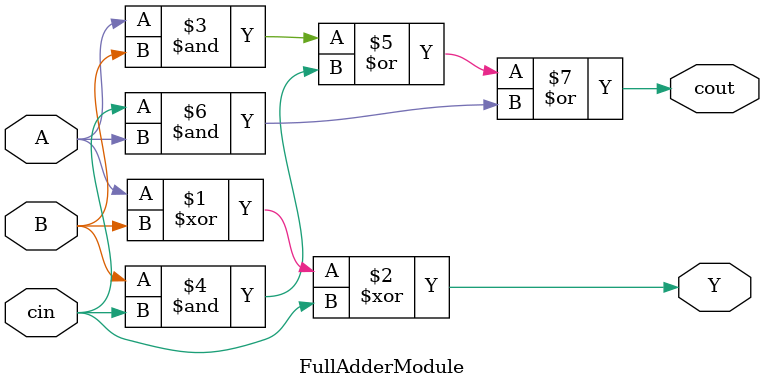
<source format=sv>
`timescale 1ns/1ns

module mainFun(input [4:0] A, input [4:0] B, input s, output [4:0] out);
  wire [4:0] aInput, bInput;
  MultiPlexerModule M1 ({A,1'b0},{A,1'b0},s, aInput); 
  MultiPlexerModule M2 (({B[4],B}),~{B[4],B},~s,bInput);
  
  Adder6BitsModule AdderInstance (aInput, bInput, ~s, out);
endmodule




module MultiPlexerModule (input [4:0] X, input [4:0]Y, input s, output [4:0] result);
  // register wire with 5 bits 
  reg [4:0] result;
 always@(*)
 begin
   if (s==0)
 result = X;
 else result = Y;
 end
endmodule



module Adder6BitsModule (input [4:0] A, input [4:0] B, input s, output[4:0] out);
  wire [5:1] C;
// create instances of full adder moudle 
FullAdderModule fa1 (A[0], B[0], s, out[0], C[1]);
FullAdderModule fa2 (A[1], B[1], C[1], out[1], C[2]);
FullAdderModule fa3 (A[2], B[2], C[2], out[2], C[3]);
FullAdderModule fa4 (A[3], B[3], C[3], out[3], C[4]);
FullAdderModule fa5 (A[4], B[4], C[4], out[4], C[5]);
endmodule



module FullAdderModule (input A,input B, input cin, output Y, output cout);
assign Y = A ^ B ^ cin;
  assign cout = (A & B) | (B & cin) | (cin & A);
endmodule

</source>
